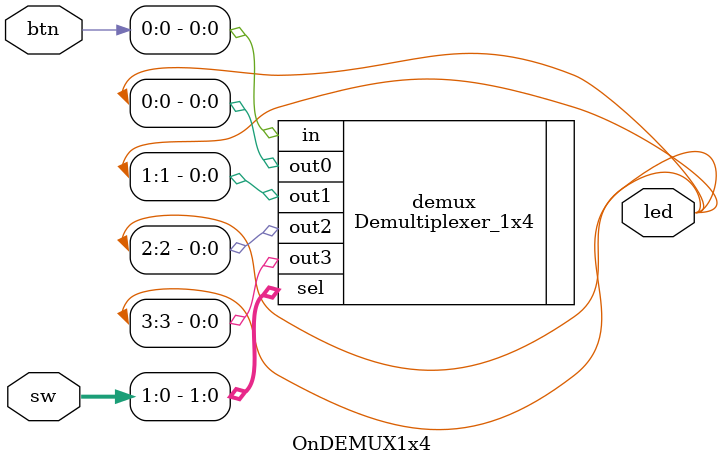
<source format=v>
`timescale 1ns / 1ps


module OnDEMUX1x4(
    output [3:0]led,
    input [3:0]sw,
    input [3:0]btn
    );
    
    Demultiplexer_1x4#(1) demux(.out0(led[0]), .out1(led[1]), .out2(led[2]), .out3(led[3]), .sel(sw[1:0]), .in(btn[0]));
endmodule

</source>
